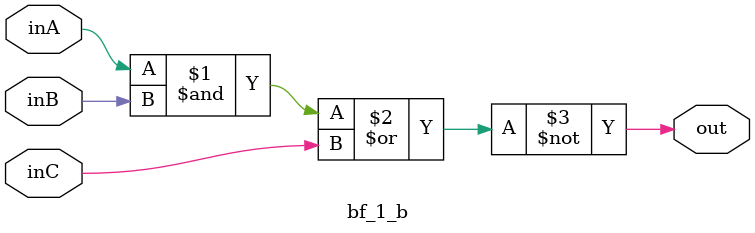
<source format=v>
`timescale 1ns / 1ps

module bf_1_b(inA, inB, inC, out);

input inA, inB, inC;
output out;

assign out = ~((inA & inB) | inC);

endmodule


</source>
